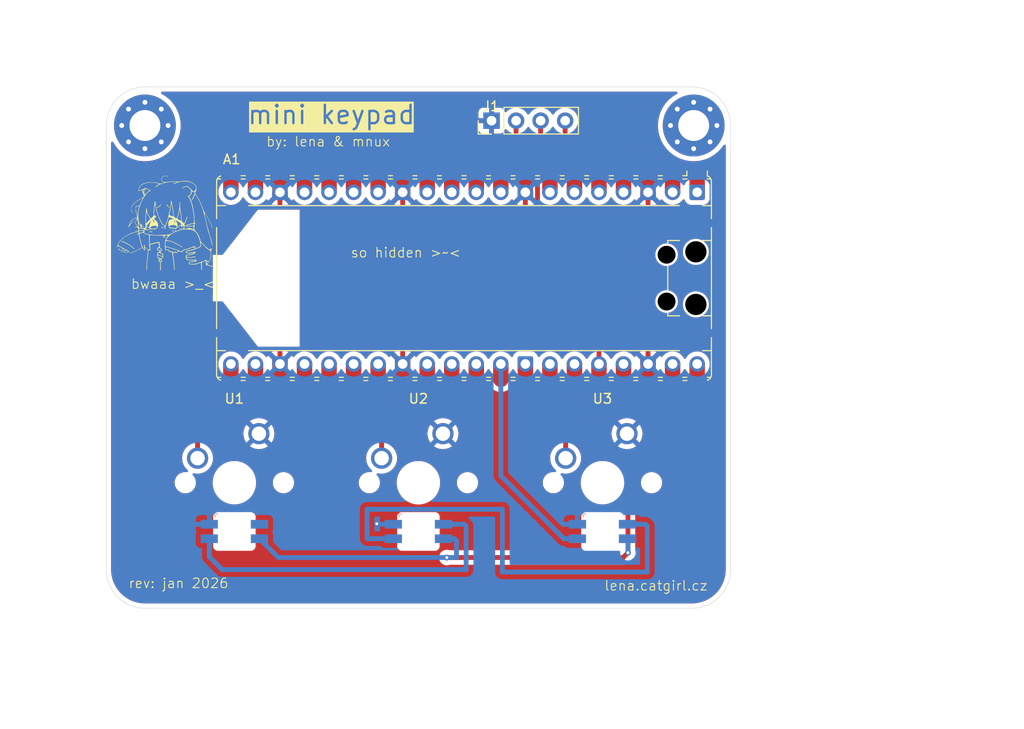
<source format=kicad_pcb>
(kicad_pcb (version 20241229) (generator "pcbnew") (generator_version "9.0")
  (layers (0 "F.Cu" signal) (2 "B.Cu" signal) (13 "F.Paste" user) (15 "B.Paste" user) (5 "F.SilkS" user "F.Silkscreen") (7 "B.SilkS" user "B.Silkscreen") (1 "F.Mask" user) (3 "B.Mask" user) (25 "Edge.Cuts" user))
  (net 0 "")
  (net 5 "GND")
  (net 12 "+3.3V")
  (net 17 "sda")
  (net 20 "scl")
  (net 29 "Net-(A1-GPIO28_ADC2)")
  (net 30 "Net-(A1-GPIO21)")
  (net 32 "Net-(A1-GPIO16)")
  (net 36 "Net-(U1-DIN)")
  (net 37 "Net-(U2-DIN)")
  (net 38 "Net-(A1-GPIO27_ADC1)")
  (footprint "MountingHole:MountingHole_3.2mm_M3_Pad_Via" (layer "F.Cu") (at 60.802944 4)
    (property "Reference" "H2" (hide yes))
    (property "Value" "MountingHole_Pad")
    (pad "1" thru_hole circle (at -2.4 0) (size 0.8 0.8) (drill 0.5) (layers "*.Cu" "*.Mask"))
    (pad "1" thru_hole circle (at -1.697056 -1.697056) (size 0.8 0.8) (drill 0.5) (layers "*.Cu" "*.Mask"))
    (pad "1" thru_hole circle (at -1.697056 1.697056) (size 0.8 0.8) (drill 0.5) (layers "*.Cu" "*.Mask"))
    (pad "1" thru_hole circle (at 0 -2.4) (size 0.8 0.8) (drill 0.5) (layers "*.Cu" "*.Mask"))
    (pad "1" thru_hole circle (at 0 0) (size 6.4 6.4) (drill 3.2) (layers "*.Cu" "*.Mask"))
    (pad "1" thru_hole circle (at 0 2.4) (size 0.8 0.8) (drill 0.5) (layers "*.Cu" "*.Mask"))
    (pad "1" thru_hole circle (at 1.697056 -1.697056) (size 0.8 0.8) (drill 0.5) (layers "*.Cu" "*.Mask"))
    (pad "1" thru_hole circle (at 1.697056 1.697056) (size 0.8 0.8) (drill 0.5) (layers "*.Cu" "*.Mask"))
    (pad "1" thru_hole circle (at 2.4 0) (size 0.8 0.8) (drill 0.5) (layers "*.Cu" "*.Mask"))
  )
  (footprint "Module:RaspberryPi_Pico_Common_Unspecified" (layer "F.Cu") (at 37.03 19.81 -90)
    (property "Reference" "A1" (at -12.31 25.05 0) (layer "F.SilkS") (effects (justify left)))
    (property "Value" "RaspberryPi_Pico")
    (pad "" np_thru_hole circle (at -2.725 -24 270) (size 2.2 2.2) (drill 2.2) (layers "*.Mask"))
    (pad "" np_thru_hole circle (at -2.425 -20.97 270) (size 1.85 1.85) (drill 1.85) (layers "*.Mask"))
    (pad "" np_thru_hole circle (at 2.425 -20.97 270) (size 1.85 1.85) (drill 1.85) (layers "*.Mask"))
    (pad "" np_thru_hole circle (at 2.725 -24 270) (size 2.2 2.2) (drill 2.2) (layers "*.Mask"))
    (pad "1" smd custom (at -9.69 -24.13 270) (size 1.6 0.8) (layers "F.Cu" "F.Mask") (options (clearance outline) (anchor rect)) (primitives (gr_circle (center 0.8 0) (end 1.6 0) (width 0) (fill yes)) (gr_poly (pts (xy -1.6 -0.6) (xy -1.6 0.6) (xy -1.4 0.8) (xy 0.8 0.8) (xy 0.8 -0.8) (xy -1.4 -0.8)) (width 0) (fill yes)) (gr_circle (center -1.4 -0.6) (end -1.2 -0.6) (width 0) (fill yes)) (gr_circle (center -1.4 0.6) (end -1.2 0.6) (width 0) (fill yes))))
    (pad "1" thru_hole roundrect (at -8.89 -24.13 270) (size 1.6 1.6) (drill 1) (layers "*.Cu" "*.Mask") (roundrect_rratio 0.125))
    (pad "2" smd roundrect (at -9.69 -21.59 270) (size 3.2 1.6) (layers "F.Cu" "F.Mask") (roundrect_rratio 0.5))
    (pad "2" thru_hole circle (at -8.89 -21.59 270) (size 1.6 1.6) (drill 1) (layers "*.Cu" "*.Mask"))
    (pad "3" smd custom (at -9.69 -19.05 270) (size 1.6 0.8) (layers "F.Cu" "F.Mask") (net 5 "GND") (options (clearance outline) (anchor rect)) (primitives (gr_circle (center -0.8 0) (end 0 0) (width 0) (fill yes)) (gr_poly (pts (xy 1.6 -0.6) (xy 1.6 0.6) (xy 1.4 0.8) (xy -0.8 0.8) (xy -0.8 -0.8) (xy 1.4 -0.8)) (width 0) (fill yes)) (gr_circle (center 1.4 -0.6) (end 1.6 -0.6) (width 0) (fill yes)) (gr_circle (center 1.4 0.6) (end 1.6 0.6) (width 0) (fill yes))))
    (pad "3" thru_hole custom (at -8.89 -19.05 270) (size 1.6 1.6) (drill 1) (layers "*.Cu" "*.Mask") (net 5 "GND") (options (clearance outline) (anchor circle)) (primitives (gr_poly (pts (xy 0.8 0.6) (xy 0.8 -0.6) (xy 0.6 -0.8) (xy 0 -0.8) (xy 0 0.8) (xy 0.6 0.8)) (width 0) (fill yes)) (gr_circle (center 0.6 0.6) (end 0.8 0.6) (width 0) (fill yes)) (gr_circle (center 0.6 -0.6) (end 0.8 -0.6) (width 0) (fill yes))))
    (pad "4" smd roundrect (at -9.69 -16.51 270) (size 3.2 1.6) (layers "F.Cu" "F.Mask") (roundrect_rratio 0.5))
    (pad "4" thru_hole circle (at -8.89 -16.51 270) (size 1.6 1.6) (drill 1) (layers "*.Cu" "*.Mask"))
    (pad "5" smd roundrect (at -9.69 -13.97 270) (size 3.2 1.6) (layers "F.Cu" "F.Mask") (roundrect_rratio 0.5))
    (pad "5" thru_hole circle (at -8.89 -13.97 270) (size 1.6 1.6) (drill 1) (layers "*.Cu" "*.Mask"))
    (pad "6" smd roundrect (at -9.69 -11.43 270) (size 3.2 1.6) (layers "F.Cu" "F.Mask") (roundrect_rratio 0.5) (net 17 "sda"))
    (pad "6" thru_hole circle (at -8.89 -11.43 270) (size 1.6 1.6) (drill 1) (layers "*.Cu" "*.Mask") (net 17 "sda"))
    (pad "7" smd roundrect (at -9.69 -8.89 270) (size 3.2 1.6) (layers "F.Cu" "F.Mask") (roundrect_rratio 0.5) (net 20 "scl"))
    (pad "7" thru_hole circle (at -8.89 -8.89 270) (size 1.6 1.6) (drill 1) (layers "*.Cu" "*.Mask") (net 20 "scl"))
    (pad "8" smd custom (at -9.69 -6.35 270) (size 1.6 0.8) (layers "F.Cu" "F.Mask") (net 5 "GND") (options (clearance outline) (anchor rect)) (primitives (gr_circle (center -0.8 0) (end 0 0) (width 0) (fill yes)) (gr_poly (pts (xy 1.6 -0.6) (xy 1.6 0.6) (xy 1.4 0.8) (xy -0.8 0.8) (xy -0.8 -0.8) (xy 1.4 -0.8)) (width 0) (fill yes)) (gr_circle (center 1.4 -0.6) (end 1.6 -0.6) (width 0) (fill yes)) (gr_circle (center 1.4 0.6) (end 1.6 0.6) (width 0) (fill yes))))
    (pad "8" thru_hole custom (at -8.89 -6.35 270) (size 1.6 1.6) (drill 1) (layers "*.Cu" "*.Mask") (net 5 "GND") (options (clearance outline) (anchor circle)) (primitives (gr_poly (pts (xy 0.8 0.6) (xy 0.8 -0.6) (xy 0.6 -0.8) (xy 0 -0.8) (xy 0 0.8) (xy 0.6 0.8)) (width 0) (fill yes)) (gr_circle (center 0.6 0.6) (end 0.8 0.6) (width 0) (fill yes)) (gr_circle (center 0.6 -0.6) (end 0.8 -0.6) (width 0) (fill yes))))
    (pad "9" smd roundrect (at -9.69 -3.81 270) (size 3.2 1.6) (layers "F.Cu" "F.Mask") (roundrect_rratio 0.5))
    (pad "9" thru_hole circle (at -8.89 -3.81 270) (size 1.6 1.6) (drill 1) (layers "*.Cu" "*.Mask"))
    (pad "10" smd roundrect (at -9.69 -1.27 270) (size 3.2 1.6) (layers "F.Cu" "F.Mask") (roundrect_rratio 0.5))
    (pad "10" thru_hole circle (at -8.89 -1.27 270) (size 1.6 1.6) (drill 1) (layers "*.Cu" "*.Mask"))
    (pad "11" smd roundrect (at -9.69 1.27 270) (size 3.2 1.6) (layers "F.Cu" "F.Mask") (roundrect_rratio 0.5))
    (pad "11" thru_hole circle (at -8.89 1.27 270) (size 1.6 1.6) (drill 1) (layers "*.Cu" "*.Mask"))
    (pad "12" smd roundrect (at -9.69 3.81 270) (size 3.2 1.6) (layers "F.Cu" "F.Mask") (roundrect_rratio 0.5))
    (pad "12" thru_hole circle (at -8.89 3.81 270) (size 1.6 1.6) (drill 1) (layers "*.Cu" "*.Mask"))
    (pad "13" smd custom (at -9.69 6.35 270) (size 1.6 0.8) (layers "F.Cu" "F.Mask") (net 5 "GND") (options (clearance outline) (anchor rect)) (primitives (gr_circle (center -0.8 0) (end 0 0) (width 0) (fill yes)) (gr_poly (pts (xy 1.6 -0.6) (xy 1.6 0.6) (xy 1.4 0.8) (xy -0.8 0.8) (xy -0.8 -0.8) (xy 1.4 -0.8)) (width 0) (fill yes)) (gr_circle (center 1.4 -0.6) (end 1.6 -0.6) (width 0) (fill yes)) (gr_circle (center 1.4 0.6) (end 1.6 0.6) (width 0) (fill yes))))
    (pad "13" thru_hole custom (at -8.89 6.35 270) (size 1.6 1.6) (drill 1) (layers "*.Cu" "*.Mask") (net 5 "GND") (options (clearance outline) (anchor circle)) (primitives (gr_poly (pts (xy 0.8 0.6) (xy 0.8 -0.6) (xy 0.6 -0.8) (xy 0 -0.8) (xy 0 0.8) (xy 0.6 0.8)) (width 0) (fill yes)) (gr_circle (center 0.6 0.6) (end 0.8 0.6) (width 0) (fill yes)) (gr_circle (center 0.6 -0.6) (end 0.8 -0.6) (width 0) (fill yes))))
    (pad "14" smd roundrect (at -9.69 8.89 270) (size 3.2 1.6) (layers "F.Cu" "F.Mask") (roundrect_rratio 0.5))
    (pad "14" thru_hole circle (at -8.89 8.89 270) (size 1.6 1.6) (drill 1) (layers "*.Cu" "*.Mask"))
    (pad "15" smd roundrect (at -9.69 11.43 270) (size 3.2 1.6) (layers "F.Cu" "F.Mask") (roundrect_rratio 0.5))
    (pad "15" thru_hole circle (at -8.89 11.43 270) (size 1.6 1.6) (drill 1) (layers "*.Cu" "*.Mask"))
    (pad "16" smd roundrect (at -9.69 13.97 270) (size 3.2 1.6) (layers "F.Cu" "F.Mask") (roundrect_rratio 0.5))
    (pad "16" thru_hole circle (at -8.89 13.97 270) (size 1.6 1.6) (drill 1) (layers "*.Cu" "*.Mask"))
    (pad "17" smd roundrect (at -9.69 16.51 270) (size 3.2 1.6) (layers "F.Cu" "F.Mask") (roundrect_rratio 0.5))
    (pad "17" thru_hole circle (at -8.89 16.51 270) (size 1.6 1.6) (drill 1) (layers "*.Cu" "*.Mask"))
    (pad "18" smd custom (at -9.69 19.05 270) (size 1.6 0.8) (layers "F.Cu" "F.Mask") (net 5 "GND") (options (clearance outline) (anchor rect)) (primitives (gr_circle (center -0.8 0) (end 0 0) (width 0) (fill yes)) (gr_poly (pts (xy 1.6 -0.6) (xy 1.6 0.6) (xy 1.4 0.8) (xy -0.8 0.8) (xy -0.8 -0.8) (xy 1.4 -0.8)) (width 0) (fill yes)) (gr_circle (center 1.4 -0.6) (end 1.6 -0.6) (width 0) (fill yes)) (gr_circle (center 1.4 0.6) (end 1.6 0.6) (width 0) (fill yes))))
    (pad "18" thru_hole custom (at -8.89 19.05 270) (size 1.6 1.6) (drill 1) (layers "*.Cu" "*.Mask") (net 5 "GND") (options (clearance outline) (anchor circle)) (primitives (gr_poly (pts (xy 0.8 0.6) (xy 0.8 -0.6) (xy 0.6 -0.8) (xy 0 -0.8) (xy 0 0.8) (xy 0.6 0.8)) (width 0) (fill yes)) (gr_circle (center 0.6 0.6) (end 0.8 0.6) (width 0) (fill yes)) (gr_circle (center 0.6 -0.6) (end 0.8 -0.6) (width 0) (fill yes))))
    (pad "19" smd roundrect (at -9.69 21.59 270) (size 3.2 1.6) (layers "F.Cu" "F.Mask") (roundrect_rratio 0.5))
    (pad "19" thru_hole circle (at -8.89 21.59 270) (size 1.6 1.6) (drill 1) (layers "*.Cu" "*.Mask"))
    (pad "20" smd roundrect (at -9.69 24.13 270) (size 3.2 1.6) (layers "F.Cu" "F.Mask") (roundrect_rratio 0.5))
    (pad "20" thru_hole circle (at -8.89 24.13 270) (size 1.6 1.6) (drill 1) (layers "*.Cu" "*.Mask"))
    (pad "21" thru_hole circle (at 8.89 24.13 270) (size 1.6 1.6) (drill 1) (layers "*.Cu" "*.Mask") (net 32 "Net-(A1-GPIO16)"))
    (pad "21" smd roundrect (at 9.69 24.13 270) (size 3.2 1.6) (layers "F.Cu" "F.Mask") (roundrect_rratio 0.5) (net 32 "Net-(A1-GPIO16)"))
    (pad "22" thru_hole circle (at 8.89 21.59 270) (size 1.6 1.6) (drill 1) (layers "*.Cu" "*.Mask"))
    (pad "22" smd roundrect (at 9.69 21.59 270) (size 3.2 1.6) (layers "F.Cu" "F.Mask") (roundrect_rratio 0.5))
    (pad "23" thru_hole custom (at 8.89 19.05 270) (size 1.6 1.6) (drill 1) (layers "*.Cu" "*.Mask") (net 5 "GND") (options (clearance outline) (anchor circle)) (primitives (gr_poly (pts (xy -0.8 0.6) (xy -0.8 -0.6) (xy -0.6 -0.8) (xy 0 -0.8) (xy 0 0.8) (xy -0.6 0.8)) (width 0) (fill yes)) (gr_circle (center -0.6 0.6) (end -0.4 0.6) (width 0) (fill yes)) (gr_circle (center -0.6 -0.6) (end -0.4 -0.6) (width 0) (fill yes))))
    (pad "23" smd custom (at 9.69 19.05 270) (size 1.6 0.8) (layers "F.Cu" "F.Mask") (net 5 "GND") (options (clearance outline) (anchor rect)) (primitives (gr_circle (center 0.8 0) (end 1.6 0) (width 0) (fill yes)) (gr_poly (pts (xy -1.6 -0.6) (xy -1.6 0.6) (xy -1.4 0.8) (xy 0.8 0.8) (xy 0.8 -0.8) (xy -1.4 -0.8)) (width 0) (fill yes)) (gr_circle (center -1.4 -0.6) (end -1.2 -0.6) (width 0) (fill yes)) (gr_circle (center -1.4 0.6) (end -1.2 0.6) (width 0) (fill yes))))
    (pad "24" thru_hole circle (at 8.89 16.51 270) (size 1.6 1.6) (drill 1) (layers "*.Cu" "*.Mask"))
    (pad "24" smd roundrect (at 9.69 16.51 270) (size 3.2 1.6) (layers "F.Cu" "F.Mask") (roundrect_rratio 0.5))
    (pad "25" thru_hole circle (at 8.89 13.97 270) (size 1.6 1.6) (drill 1) (layers "*.Cu" "*.Mask"))
    (pad "25" smd roundrect (at 9.69 13.97 270) (size 3.2 1.6) (layers "F.Cu" "F.Mask") (roundrect_rratio 0.5))
    (pad "26" thru_hole circle (at 8.89 11.43 270) (size 1.6 1.6) (drill 1) (layers "*.Cu" "*.Mask"))
    (pad "26" smd roundrect (at 9.69 11.43 270) (size 3.2 1.6) (layers "F.Cu" "F.Mask") (roundrect_rratio 0.5))
    (pad "27" thru_hole circle (at 8.89 8.89 270) (size 1.6 1.6) (drill 1) (layers "*.Cu" "*.Mask") (net 30 "Net-(A1-GPIO21)"))
    (pad "27" smd roundrect (at 9.69 8.89 270) (size 3.2 1.6) (layers "F.Cu" "F.Mask") (roundrect_rratio 0.5) (net 30 "Net-(A1-GPIO21)"))
    (pad "28" thru_hole custom (at 8.89 6.35 270) (size 1.6 1.6) (drill 1) (layers "*.Cu" "*.Mask") (net 5 "GND") (options (clearance outline) (anchor circle)) (primitives (gr_poly (pts (xy -0.8 0.6) (xy -0.8 -0.6) (xy -0.6 -0.8) (xy 0 -0.8) (xy 0 0.8) (xy -0.6 0.8)) (width 0) (fill yes)) (gr_circle (center -0.6 0.6) (end -0.4 0.6) (width 0) (fill yes)) (gr_circle (center -0.6 -0.6) (end -0.4 -0.6) (width 0) (fill yes))))
    (pad "28" smd custom (at 9.69 6.35 270) (size 1.6 0.8) (layers "F.Cu" "F.Mask") (net 5 "GND") (options (clearance outline) (anchor rect)) (primitives (gr_circle (center 0.8 0) (end 1.6 0) (width 0) (fill yes)) (gr_poly (pts (xy -1.6 -0.6) (xy -1.6 0.6) (xy -1.4 0.8) (xy 0.8 0.8) (xy 0.8 -0.8) (xy -1.4 -0.8)) (width 0) (fill yes)) (gr_circle (center -1.4 -0.6) (end -1.2 -0.6) (width 0) (fill yes)) (gr_circle (center -1.4 0.6) (end -1.2 0.6) (width 0) (fill yes))))
    (pad "29" thru_hole circle (at 8.89 3.81 270) (size 1.6 1.6) (drill 1) (layers "*.Cu" "*.Mask"))
    (pad "29" smd roundrect (at 9.69 3.81 270) (size 3.2 1.6) (layers "F.Cu" "F.Mask") (roundrect_rratio 0.5))
    (pad "30" thru_hole circle (at 8.89 1.27 270) (size 1.6 1.6) (drill 1) (layers "*.Cu" "*.Mask"))
    (pad "30" smd roundrect (at 9.69 1.27 270) (size 3.2 1.6) (layers "F.Cu" "F.Mask") (roundrect_rratio 0.5))
    (pad "31" thru_hole circle (at 8.89 -1.27 270) (size 1.6 1.6) (drill 1) (layers "*.Cu" "*.Mask"))
    (pad "31" smd roundrect (at 9.69 -1.27 270) (size 3.2 1.6) (layers "F.Cu" "F.Mask") (roundrect_rratio 0.5))
    (pad "32" thru_hole circle (at 8.89 -3.81 270) (size 1.6 1.6) (drill 1) (layers "*.Cu" "*.Mask") (net 38 "Net-(A1-GPIO27_ADC1)"))
    (pad "32" smd roundrect (at 9.69 -3.81 270) (size 3.2 1.6) (layers "F.Cu" "F.Mask") (roundrect_rratio 0.5) (net 38 "Net-(A1-GPIO27_ADC1)"))
    (pad "33" thru_hole custom (at 8.89 -6.35 270) (size 1.6 1.6) (drill 1) (layers "*.Cu" "*.Mask") (options (clearance outline) (anchor circle)) (primitives (gr_poly (pts (xy -0.8 0.6) (xy -0.8 -0.6) (xy -0.6 -0.8) (xy 0 -0.8) (xy 0 0.8) (xy -0.6 0.8)) (width 0) (fill yes)) (gr_circle (center -0.6 0.6) (end -0.4 0.6) (width 0) (fill yes)) (gr_circle (center -0.6 -0.6) (end -0.4 -0.6) (width 0) (fill yes))))
    (pad "33" smd custom (at 9.69 -6.35 270) (size 1.6 0.8) (layers "F.Cu" "F.Mask") (options (clearance outline) (anchor rect)) (primitives (gr_circle (center 0.8 0) (end 1.6 0) (width 0) (fill yes)) (gr_poly (pts (xy -1.6 -0.6) (xy -1.6 0.6) (xy -1.4 0.8) (xy 0.8 0.8) (xy 0.8 -0.8) (xy -1.4 -0.8)) (width 0) (fill yes)) (gr_circle (center -1.4 -0.6) (end -1.2 -0.6) (width 0) (fill yes)) (gr_circle (center -1.4 0.6) (end -1.2 0.6) (width 0) (fill yes))))
    (pad "34" thru_hole circle (at 8.89 -8.89 270) (size 1.6 1.6) (drill 1) (layers "*.Cu" "*.Mask") (net 29 "Net-(A1-GPIO28_ADC2)"))
    (pad "34" smd roundrect (at 9.69 -8.89 270) (size 3.2 1.6) (layers "F.Cu" "F.Mask") (roundrect_rratio 0.5) (net 29 "Net-(A1-GPIO28_ADC2)"))
    (pad "35" thru_hole circle (at 8.89 -11.43 270) (size 1.6 1.6) (drill 1) (layers "*.Cu" "*.Mask"))
    (pad "35" smd roundrect (at 9.69 -11.43 270) (size 3.2 1.6) (layers "F.Cu" "F.Mask") (roundrect_rratio 0.5))
    (pad "36" thru_hole circle (at 8.89 -13.97 270) (size 1.6 1.6) (drill 1) (layers "*.Cu" "*.Mask") (net 12 "+3.3V"))
    (pad "36" smd roundrect (at 9.69 -13.97 270) (size 3.2 1.6) (layers "F.Cu" "F.Mask") (roundrect_rratio 0.5) (net 12 "+3.3V"))
    (pad "37" thru_hole circle (at 8.89 -16.51 270) (size 1.6 1.6) (drill 1) (layers "*.Cu" "*.Mask"))
    (pad "37" smd roundrect (at 9.69 -16.51 270) (size 3.2 1.6) (layers "F.Cu" "F.Mask") (roundrect_rratio 0.5))
    (pad "38" thru_hole custom (at 8.89 -19.05 270) (size 1.6 1.6) (drill 1) (layers "*.Cu" "*.Mask") (net 5 "GND") (options (clearance outline) (anchor circle)) (primitives (gr_poly (pts (xy -0.8 0.6) (xy -0.8 -0.6) (xy -0.6 -0.8) (xy 0 -0.8) (xy 0 0.8) (xy -0.6 0.8)) (width 0) (fill yes)) (gr_circle (center -0.6 0.6) (end -0.4 0.6) (width 0) (fill yes)) (gr_circle (center -0.6 -0.6) (end -0.4 -0.6) (width 0) (fill yes))))
    (pad "38" smd custom (at 9.69 -19.05 270) (size 1.6 0.8) (layers "F.Cu" "F.Mask") (net 5 "GND") (options (clearance outline) (anchor rect)) (primitives (gr_circle (center 0.8 0) (end 1.6 0) (width 0) (fill yes)) (gr_poly (pts (xy -1.6 -0.6) (xy -1.6 0.6) (xy -1.4 0.8) (xy 0.8 0.8) (xy 0.8 -0.8) (xy -1.4 -0.8)) (width 0) (fill yes)) (gr_circle (center -1.4 -0.6) (end -1.2 -0.6) (width 0) (fill yes)) (gr_circle (center -1.4 0.6) (end -1.2 0.6) (width 0) (fill yes))))
    (pad "39" thru_hole circle (at 8.89 -21.59 270) (size 1.6 1.6) (drill 1) (layers "*.Cu" "*.Mask"))
    (pad "39" smd roundrect (at 9.69 -21.59 270) (size 3.2 1.6) (layers "F.Cu" "F.Mask") (roundrect_rratio 0.5))
    (pad "40" thru_hole circle (at 8.89 -24.13 270) (size 1.6 1.6) (drill 1) (layers "*.Cu" "*.Mask"))
    (pad "40" smd roundrect (at 9.69 -24.13 270) (size 3.2 1.6) (layers "F.Cu" "F.Mask") (roundrect_rratio 0.5))
    (zone (net 0) (net_name "") (layers "F.Cu" "B.Cu" "F.Paste" "B.Paste") (name "Antenna Copper Keep Out") (connect_pads (clearance 0)) (min_thickness 0.254)
      (keepout (tracks not_allowed) (vias not_allowed) (pads not_allowed) (copperpour not_allowed) (footprints allowed))
      (fill (thermal_gap 0.508) (thermal_bridge_width 0.508))
      (polygon (pts (xy 12.040105 17.41) (xy 15.690105 12.71) (xy 20.03 12.71) (xy 20.03 26.91) (xy 15.690105 26.91) (xy 12.040105 22.21) (xy 11.03 22.21) (xy 11.03 17.41)))
    )
    (zone (net 0) (net_name "") (layers "F.Cu" "F.Paste") (name "Pad Keep Out D1-W") (connect_pads (clearance 0)) (min_thickness 0.25)
      (keepout (tracks not_allowed) (vias not_allowed) (pads not_allowed) (copperpour not_allowed) (footprints allowed))
      (fill (thermal_gap 0.5) (thermal_bridge_width 0.5))
      (polygon (pts (xy 30.3426 21.1815) (xy 30.3426 20.3941) (xy 32.3174 20.3941) (xy 32.3174 21.1815) (xy 32.315478 21.2209) (xy 32.285323 21.293702) (xy 32.229602 21.349423) (xy 32.1568 21.379578) (xy 32.1174 21.3815) (xy 30.5426 21.3815) (xy 30.5032 21.379578) (xy 30.430398 21.349423) (xy 30.374677 21.293702) (xy 30.344522 21.2209)))
    )
    (zone (net 0) (net_name "") (layers "F.Cu" "F.Paste") (name "Pad Keep Out D1-W") (connect_pads (clearance 0)) (min_thickness 0.25)
      (keepout (tracks not_allowed) (vias not_allowed) (pads not_allowed) (copperpour not_allowed) (footprints allowed))
      (fill (thermal_gap 0.5) (thermal_bridge_width 0.5))
      (polygon (pts (xy 32.229602 19.438778) (xy 32.285322 19.494498) (xy 32.315478 19.5673) (xy 32.3174 19.6067) (xy 32.3174 20.3941) (xy 30.3426 20.3941) (xy 30.3426 19.6067) (xy 30.344522 19.5673) (xy 30.374678 19.494498) (xy 30.430398 19.438778) (xy 30.5032 19.408622) (xy 30.5426 19.4067) (xy 32.1174 19.4067) (xy 32.1568 19.408622)))
    )
    (zone (net 0) (net_name "") (layers "F.Cu" "F.Paste") (name "Pad Keep Out D2") (connect_pads (clearance 0)) (min_thickness 0.25)
      (keepout (tracks not_allowed) (vias not_allowed) (pads not_allowed) (copperpour not_allowed) (footprints allowed))
      (fill (thermal_gap 0.5) (thermal_bridge_width 0.5))
      (polygon (pts (xy 14.13 19.21) (xy 14.13 19.81) (arc (start 10.53 19.81) (mid 10.822893 19.102893) (end 11.53 18.81)) (xy 13.73 18.81) (xy 13.793006 18.812193) (xy 13.912852 18.851133) (xy 14.014799 18.925201) (xy 14.088867 19.027148) (xy 14.127807 19.146994)))
    )
    (zone (net 0) (net_name "") (layers "F.Cu" "F.Paste") (name "Pad Keep Out D2") (connect_pads (clearance 0)) (min_thickness 0.25)
      (keepout (tracks not_allowed) (vias not_allowed) (pads not_allowed) (copperpour not_allowed) (footprints allowed))
      (fill (thermal_gap 0.5) (thermal_bridge_width 0.5))
      (polygon (pts (xy 14.13 20.41) (xy 14.127538 20.472964) (xy 14.088624 20.592728) (xy 14.014606 20.694606) (xy 13.912728 20.768624) (xy 13.792964 20.807538) (xy 13.73 20.81) (arc (start 11.53 20.81) (mid 10.822893 20.517107) (end 10.53 19.81)) (xy 14.13 19.81)))
    )
    (zone (net 0) (net_name "") (layers "F.Cu" "F.Paste") (name "Pad Keep Out TP7") (connect_pads (clearance 0)) (min_thickness 0.25)
      (keepout (tracks not_allowed) (vias not_allowed) (pads not_allowed) (copperpour not_allowed) (footprints allowed))
      (fill (thermal_gap 0.5) (thermal_bridge_width 0.5))
      (polygon (pts (xy 41.08 20.81) (xy 41.08 21.26) (xy 41.082139 21.325545) (xy 41.116067 21.452167) (xy 41.181612 21.565694) (xy 41.274306 21.658388) (xy 41.387833 21.723933) (xy 41.514455 21.757861) (xy 41.58 21.76) (xy 42.48 21.76) (xy 42.545545 21.757861) (xy 42.672167 21.723933) (xy 42.785694 21.658388) (xy 42.878388 21.565694) (xy 42.943933 21.452167) (xy 42.977861 21.325545) (xy 42.98 21.26) (xy 42.98 20.81)))
    )
    (zone (net 0) (net_name "") (layers "F.Cu" "F.Paste") (name "Pad Keep Out TP7") (connect_pads (clearance 0)) (min_thickness 0.25)
      (keepout (tracks not_allowed) (vias not_allowed) (pads not_allowed) (copperpour not_allowed) (footprints allowed))
      (fill (thermal_gap 0.5) (thermal_bridge_width 0.5))
      (polygon (pts (xy 42.545545 19.862139) (xy 42.672167 19.896068) (xy 42.785694 19.961612) (xy 42.878388 20.054306) (xy 42.943932 20.167833) (xy 42.977861 20.294455) (xy 42.98 20.36) (xy 42.98 20.81) (xy 41.08 20.81) (xy 41.08 20.36) (xy 41.082139 20.294455) (xy 41.116068 20.167833) (xy 41.181612 20.054306) (xy 41.274306 19.961612) (xy 41.387833 19.896068) (xy 41.514455 19.862139) (xy 41.58 19.86) (xy 42.48 19.86)))
    )
    (zone (net 0) (net_name "") (layers "F.Cu" "F.Paste") (name "Pad Keep Out TP6") (connect_pads (clearance 0)) (min_thickness 0.25)
      (keepout (tracks not_allowed) (vias not_allowed) (pads not_allowed) (copperpour not_allowed) (footprints allowed))
      (fill (thermal_gap 0.5) (thermal_bridge_width 0.5))
      (polygon (pts (xy 47.082139 16.794455) (xy 47.116068 16.667833) (xy 47.181612 16.554306) (xy 47.274306 16.461612) (xy 47.387833 16.396068) (xy 47.514455 16.362139) (xy 47.58 16.36) (xy 51.28 16.36) (xy 51.28 18.26) (xy 47.58 18.26) (xy 47.514455 18.257861) (xy 47.387833 18.223932) (xy 47.274306 18.158388) (xy 47.181612 18.065694) (xy 47.116068 17.952167) (xy 47.082139 17.825545) (xy 47.08 17.76) (xy 47.08 16.86)))
    )
    (zone (net 0) (net_name "") (layers "F.Cu" "F.Paste") (name "Pad Keep Out TP4") (connect_pads (clearance 0)) (min_thickness 0.25)
      (keepout (tracks not_allowed) (vias not_allowed) (pads not_allowed) (copperpour not_allowed) (footprints allowed))
      (fill (thermal_gap 0.5) (thermal_bridge_width 0.5))
      (polygon (pts (xy 51.28 18.26) (xy 54.98 18.26) (xy 55.045545 18.257861) (xy 55.172167 18.223933) (xy 55.285694 18.158388) (xy 55.378388 18.065694) (xy 55.443933 17.952167) (xy 55.477861 17.825545) (xy 55.48 17.76) (xy 55.48 16.86) (xy 55.477861 16.794455) (xy 55.443933 16.667833) (xy 55.378388 16.554306) (xy 55.285694 16.461612) (xy 55.172167 16.396067) (xy 55.045545 16.362139) (xy 54.98 16.36) (xy 51.28 16.36)))
    )
    (zone (net 0) (net_name "") (layers "F.Cu" "F.Paste") (name "Pad Keep Out TP1") (connect_pads (clearance 0)) (min_thickness 0.25)
      (keepout (tracks not_allowed) (vias not_allowed) (pads not_allowed) (copperpour not_allowed) (footprints allowed))
      (fill (thermal_gap 0.5) (thermal_bridge_width 0.5))
      (polygon (pts (xy 57.08 19.81) (xy 57.08 20.26) (xy 57.082139 20.325545) (xy 57.116067 20.452167) (xy 57.181612 20.565694) (xy 57.274306 20.658388) (xy 57.387833 20.723933) (xy 57.514455 20.757861) (xy 57.58 20.76) (xy 58.48 20.76) (xy 58.545545 20.757861) (xy 58.672167 20.723933) (xy 58.785694 20.658388) (xy 58.878388 20.565694) (xy 58.943933 20.452167) (xy 58.977861 20.325545) (xy 58.98 20.26) (xy 58.98 19.81)))
    )
    (zone (net 0) (net_name "") (layers "F.Cu" "F.Paste") (name "Pad Keep Out TP1") (connect_pads (clearance 0)) (min_thickness 0.25)
      (keepout (tracks not_allowed) (vias not_allowed) (pads not_allowed) (copperpour not_allowed) (footprints allowed))
      (fill (thermal_gap 0.5) (thermal_bridge_width 0.5))
      (polygon (pts (xy 58.545545 18.862139) (xy 58.672167 18.896068) (xy 58.785694 18.961612) (xy 58.878388 19.054306) (xy 58.943932 19.167833) (xy 58.977861 19.294455) (xy 58.98 19.36) (xy 58.98 19.81) (xy 57.08 19.81) (xy 57.08 19.36) (xy 57.082139 19.294455) (xy 57.116068 19.167833) (xy 57.181612 19.054306) (xy 57.274306 18.961612) (xy 57.387833 18.896068) (xy 57.514455 18.862139) (xy 57.58 18.86) (xy 58.48 18.86)))
    )
    (zone (net 0) (net_name "") (layers "F.Cu" "F.Paste") (name "Pad Keep Out TP2") (connect_pads (clearance 0)) (min_thickness 0.25)
      (keepout (tracks not_allowed) (vias not_allowed) (pads not_allowed) (copperpour not_allowed) (footprints allowed))
      (fill (thermal_gap 0.5) (thermal_bridge_width 0.5))
      (polygon (pts (xy 60.365 20.81) (xy 60.365 21.26) (xy 60.367139 21.325545) (xy 60.401067 21.452167) (xy 60.466612 21.565694) (xy 60.559306 21.658388) (xy 60.672833 21.723933) (xy 60.799455 21.757861) (xy 60.865 21.76) (xy 61.765 21.76) (xy 61.830545 21.757861) (xy 61.957167 21.723933) (xy 62.070694 21.658388) (xy 62.163388 21.565694) (xy 62.228933 21.452167) (xy 62.262861 21.325545) (xy 62.265 21.26) (xy 62.265 20.81)))
    )
    (zone (net 0) (net_name "") (layers "F.Cu" "F.Paste") (name "Pad Keep Out TP3") (connect_pads (clearance 0)) (min_thickness 0.25)
      (keepout (tracks not_allowed) (vias not_allowed) (pads not_allowed) (copperpour not_allowed) (footprints allowed))
      (fill (thermal_gap 0.5) (thermal_bridge_width 0.5))
      (polygon (pts (xy 60.38 18.81) (xy 60.38 19.26) (xy 60.382139 19.325545) (xy 60.416067 19.452167) (xy 60.481612 19.565694) (xy 60.574306 19.658388) (xy 60.687833 19.723933) (xy 60.814455 19.757861) (xy 60.88 19.76) (xy 61.78 19.76) (xy 61.845545 19.757861) (xy 61.972167 19.723933) (xy 62.085694 19.658388) (xy 62.178388 19.565694) (xy 62.243933 19.452167) (xy 62.277861 19.325545) (xy 62.28 19.26) (xy 62.28 18.81)))
    )
    (zone (net 0) (net_name "") (layers "F.Cu" "F.Paste") (name "Pad Keep Out TP2") (connect_pads (clearance 0)) (min_thickness 0.25)
      (keepout (tracks not_allowed) (vias not_allowed) (pads not_allowed) (copperpour not_allowed) (footprints allowed))
      (fill (thermal_gap 0.5) (thermal_bridge_width 0.5))
      (polygon (pts (xy 61.830545 19.862139) (xy 61.957167 19.896068) (xy 62.070694 19.961612) (xy 62.163388 20.054306) (xy 62.228932 20.167833) (xy 62.262861 20.294455) (xy 62.265 20.36) (xy 62.265 20.81) (xy 60.365 20.81) (xy 60.365 20.36) (xy 60.367139 20.294455) (xy 60.401068 20.167833) (xy 60.466612 20.054306) (xy 60.559306 19.961612) (xy 60.672833 19.896068) (xy 60.799455 19.862139) (xy 60.865 19.86) (xy 61.765 19.86)))
    )
    (zone (net 0) (net_name "") (layers "F.Cu" "F.Paste") (name "Pad Keep Out TP3") (connect_pads (clearance 0)) (min_thickness 0.25)
      (keepout (tracks not_allowed) (vias not_allowed) (pads not_allowed) (copperpour not_allowed) (footprints allowed))
      (fill (thermal_gap 0.5) (thermal_bridge_width 0.5))
      (polygon (pts (xy 61.845545 17.862139) (xy 61.972167 17.896068) (xy 62.085694 17.961612) (xy 62.178388 18.054306) (xy 62.243932 18.167833) (xy 62.277861 18.294455) (xy 62.28 18.36) (xy 62.28 18.81) (xy 60.38 18.81) (xy 60.38 18.36) (xy 60.382139 18.294455) (xy 60.416068 18.167833) (xy 60.481612 18.054306) (xy 60.574306 17.961612) (xy 60.687833 17.896068) (xy 60.814455 17.862139) (xy 60.88 17.86) (xy 61.78 17.86)))
    )
    (zone (net 0) (net_name "") (layers "F.Cu" "F.Paste") (name "Pad Keep Out D1") (connect_pads (clearance 0)) (min_thickness 0.25)
      (keepout (tracks not_allowed) (vias not_allowed) (pads not_allowed) (copperpour not_allowed) (footprints allowed))
      (fill (thermal_gap 0.5) (thermal_bridge_width 0.5))
      (polygon (pts (arc (start 10.53 17.27) (mid 10.822893 17.977107) (end 11.53 18.27)) (arc (start 13.13 18.27) (mid 13.837107 17.977107) (end 14.13 17.27))))
    )
    (zone (net 0) (net_name "") (layers "F.Cu" "F.Paste") (name "Pad Keep Out D3") (connect_pads (clearance 0)) (min_thickness 0.25)
      (keepout (tracks not_allowed) (vias not_allowed) (pads not_allowed) (copperpour not_allowed) (footprints allowed))
      (fill (thermal_gap 0.5) (thermal_bridge_width 0.5))
      (polygon (pts (arc (start 10.530075 22.350141) (mid 10.822968 23.057248) (end 11.530075 23.350141)) (arc (start 13.130075 23.350141) (mid 13.837182 23.057248) (end 14.130075 22.350141))))
    )
    (zone (net 0) (net_name "") (layers "F.Cu" "F.Paste") (name "Pad Keep Out D1") (connect_pads (clearance 0)) (min_thickness 0.25)
      (keepout (tracks not_allowed) (vias not_allowed) (pads not_allowed) (copperpour not_allowed) (footprints allowed))
      (fill (thermal_gap 0.5) (thermal_bridge_width 0.5))
      (polygon (pts (arc (start 11.53 16.27) (mid 10.822893 16.562893) (end 10.53 17.27)) (arc (start 14.13 17.27) (mid 13.837107 16.562893) (end 13.13 16.27))))
    )
    (zone (net 0) (net_name "") (layers "F.Cu" "F.Paste") (name "Pad Keep Out D3") (connect_pads (clearance 0)) (min_thickness 0.25)
      (keepout (tracks not_allowed) (vias not_allowed) (pads not_allowed) (copperpour not_allowed) (footprints allowed))
      (fill (thermal_gap 0.5) (thermal_bridge_width 0.5))
      (polygon (pts (arc (start 11.530075 21.350141) (mid 10.822968 21.643034) (end 10.530075 22.350141)) (arc (start 14.130075 22.350141) (mid 13.837182 21.643034) (end 13.130075 21.350141))))
    )
    (zone (net 0) (net_name "") (layers "F.Cu" "F.Paste") (name "Pad Keep Out D2-W") (connect_pads (clearance 0)) (min_thickness 0.254)
      (keepout (tracks not_allowed) (vias not_allowed) (pads not_allowed) (copperpour not_allowed) (footprints allowed))
      (fill (thermal_gap 0.508) (thermal_bridge_width 0.508))
      (polygon (pts (xy 31.33 23.926278) (xy 31.522715 23.907382) (xy 31.70809 23.851414) (xy 31.879063 23.760506) (xy 32.029123 23.63812) (xy 32.152553 23.488919) (xy 32.244652 23.318584) (xy 32.301913 23.133605) (xy 32.322154 22.941027) (xy 32.304604 22.748184) (xy 32.249931 22.562424) (xy 32.160219 22.39082) (xy 32.038884 22.239909) (xy 31.890548 22.115441) (xy 31.72086 22.022154) (xy 31.536285 21.963603) (xy 31.343853 21.942019) (xy 31.150893 21.958222) (xy 30.964755 22.011596) (xy 30.792529 22.100108) (xy 30.640775 22.220387) (xy 30.515274 22.367851) (xy 30.420805 22.536882) (xy 30.360967 22.721044) (xy 30.33804 22.913321) (xy 30.352895 23.10639) (xy 30.404969 23.292896) (xy 30.492276 23.465736) (xy 30.611493 23.618325) (xy 30.758077 23.744853) (xy 30.926445 23.8405) (xy 31.110184 23.901622) (xy 31.302297 23.925891)))
    )
    (zone (net 0) (net_name "") (layers "F.Cu" "F.Paste") (name "Pad Keep Out D3-W") (connect_pads (clearance 0)) (min_thickness 0.254)
      (keepout (tracks not_allowed) (vias not_allowed) (pads not_allowed) (copperpour not_allowed) (footprints allowed))
      (fill (thermal_gap 0.508) (thermal_bridge_width 0.508))
      (polygon (pts (xy 31.33 26.466278) (xy 31.522715 26.447382) (xy 31.70809 26.391414) (xy 31.879063 26.300506) (xy 32.029123 26.17812) (xy 32.152553 26.028919) (xy 32.244652 25.858584) (xy 32.301913 25.673605) (xy 32.322154 25.481027) (xy 32.304604 25.288184) (xy 32.249931 25.102424) (xy 32.160219 24.93082) (xy 32.038884 24.779909) (xy 31.890548 24.655441) (xy 31.72086 24.562154) (xy 31.536285 24.503603) (xy 31.343853 24.482019) (xy 31.150893 24.498222) (xy 30.964755 24.551596) (xy 30.792529 24.640108) (xy 30.640775 24.760387) (xy 30.515274 24.907851) (xy 30.420805 25.076882) (xy 30.360967 25.261044) (xy 30.33804 25.453321) (xy 30.352895 25.64639) (xy 30.404969 25.832896) (xy 30.492276 26.005736) (xy 30.611493 26.158325) (xy 30.758077 26.284853) (xy 30.926445 26.3805) (xy 31.110184 26.441622) (xy 31.302297 26.465891)))
    )
  )
  (footprint "Cherry MX:Cherry-MX_PCB-Mounted_LTST-A683CEGBW_Mill-Max-7305" (layer "F.Cu") (at 51.36 41)
    (property "Reference" "U3" (at 0 -8.7 0) (layer "F.SilkS"))
    (property "Value" "Cherry_MX_RGB")
    (fp_poly (pts (xy 1.7 6.55) (xy -1.7 6.55) (xy -1.7 3.55) (xy 1.7 3.55)) (stroke (width 0.01)) (fill no) (layer "Edge.Cuts"))
    (pad "" np_thru_hole circle (at -5.08 0) (size 1.7 1.7) (drill 1.7) (layers "*.Cu" "*.Mask"))
    (pad "" np_thru_hole circle (at 0 0) (size 4 4) (drill 4) (layers "*.Cu" "*.Mask"))
    (pad "" np_thru_hole circle (at 5.08 0) (size 1.7 1.7) (drill 1.7) (layers "*.Cu" "*.Mask"))
    (pad "1" smd rect (at -2.6 4.3) (size 1.8 0.9) (layers "B.Cu" "B.Mask" "B.Paste") (net 5 "GND"))
    (pad "2" smd rect (at -2.6 5.8) (size 1.8 0.9) (layers "B.Cu" "B.Mask" "B.Paste") (net 38 "Net-(A1-GPIO27_ADC1)"))
    (pad "3" smd rect (at 2.6 4.3) (size 1.8 0.9) (layers "B.Cu" "B.Mask" "B.Paste") (net 37 "Net-(U2-DIN)"))
    (pad "4" smd rect (at 2.6 5.8) (size 1.8 0.9) (layers "B.Cu" "B.Mask" "B.Paste") (net 12 "+3.3V"))
    (pad "5" thru_hole circle (at -3.81 -2.54) (size 2.2 2.2) (drill 1.5) (layers "*.Cu" "*.Mask") (net 29 "Net-(A1-GPIO28_ADC2)"))
    (pad "6" thru_hole circle (at 2.54 -5.08) (size 2.2 2.2) (drill 1.5) (layers "*.Cu" "*.Mask") (net 5 "GND"))
  )
  (footprint "LOGO" (layer "F.Cu") (at 6 14)
    (property "Reference" "G***" (hide yes))
    (property "Value" "LOGO" (hide yes))
  )
  (footprint "Cherry MX:Cherry-MX_PCB-Mounted_LTST-A683CEGBW_Mill-Max-7305" (layer "F.Cu") (at 13.26 41)
    (property "Reference" "U1" (at 0 -8.7 0) (layer "F.SilkS"))
    (property "Value" "Cherry_MX_RGB")
    (fp_poly (pts (xy 1.7 6.55) (xy -1.7 6.55) (xy -1.7 3.55) (xy 1.7 3.55)) (stroke (width 0.01)) (fill no) (layer "Edge.Cuts"))
    (pad "" np_thru_hole circle (at -5.08 0) (size 1.7 1.7) (drill 1.7) (layers "*.Cu" "*.Mask"))
    (pad "" np_thru_hole circle (at 0 0) (size 4 4) (drill 4) (layers "*.Cu" "*.Mask"))
    (pad "" np_thru_hole circle (at 5.08 0) (size 1.7 1.7) (drill 1.7) (layers "*.Cu" "*.Mask"))
    (pad "1" smd rect (at -2.6 4.3) (size 1.8 0.9) (layers "B.Cu" "B.Mask" "B.Paste") (net 5 "GND"))
    (pad "2" smd rect (at -2.6 5.8) (size 1.8 0.9) (layers "B.Cu" "B.Mask" "B.Paste") (net 36 "Net-(U1-DIN)"))
    (pad "3" smd rect (at 2.6 4.3) (size 1.8 0.9) (layers "B.Cu" "B.Mask" "B.Paste"))
    (pad "4" smd rect (at 2.6 5.8) (size 1.8 0.9) (layers "B.Cu" "B.Mask" "B.Paste") (net 12 "+3.3V"))
    (pad "5" thru_hole circle (at -3.81 -2.54) (size 2.2 2.2) (drill 1.5) (layers "*.Cu" "*.Mask") (net 32 "Net-(A1-GPIO16)"))
    (pad "6" thru_hole circle (at 2.54 -5.08) (size 2.2 2.2) (drill 1.5) (layers "*.Cu" "*.Mask") (net 5 "GND"))
  )
  (footprint "MountingHole:MountingHole_3.2mm_M3_Pad_Via" (layer "F.Cu") (at 4 4)
    (property "Reference" "H1" (hide yes))
    (property "Value" "MountingHole_Pad")
    (pad "1" thru_hole circle (at -2.4 0) (size 0.8 0.8) (drill 0.5) (layers "*.Cu" "*.Mask"))
    (pad "1" thru_hole circle (at -1.697056 -1.697056) (size 0.8 0.8) (drill 0.5) (layers "*.Cu" "*.Mask"))
    (pad "1" thru_hole circle (at -1.697056 1.697056) (size 0.8 0.8) (drill 0.5) (layers "*.Cu" "*.Mask"))
    (pad "1" thru_hole circle (at 0 -2.4) (size 0.8 0.8) (drill 0.5) (layers "*.Cu" "*.Mask"))
    (pad "1" thru_hole circle (at 0 0) (size 6.4 6.4) (drill 3.2) (layers "*.Cu" "*.Mask"))
    (pad "1" thru_hole circle (at 0 2.4) (size 0.8 0.8) (drill 0.5) (layers "*.Cu" "*.Mask"))
    (pad "1" thru_hole circle (at 1.697056 -1.697056) (size 0.8 0.8) (drill 0.5) (layers "*.Cu" "*.Mask"))
    (pad "1" thru_hole circle (at 1.697056 1.697056) (size 0.8 0.8) (drill 0.5) (layers "*.Cu" "*.Mask"))
    (pad "1" thru_hole circle (at 2.4 0) (size 0.8 0.8) (drill 0.5) (layers "*.Cu" "*.Mask"))
  )
  (footprint "Connector_PinHeader_2.54mm:PinHeader_1x04_P2.54mm_Vertical" (layer "F.Cu") (at 39.88 3.5 90)
    (property "Reference" "J1" (at 1.5 -0.06 180) (layer "F.SilkS"))
    (property "Value" "Conn_01x04_Pin")
    (pad "1" thru_hole rect (at 0 0 90) (size 1.7 1.7) (drill 1) (layers "*.Cu" "*.Mask") (net 5 "GND"))
    (pad "2" thru_hole circle (at 0 2.54 90) (size 1.7 1.7) (drill 1) (layers "*.Cu" "*.Mask") (net 12 "+3.3V"))
    (pad "3" thru_hole circle (at 0 5.08 90) (size 1.7 1.7) (drill 1) (layers "*.Cu" "*.Mask") (net 20 "scl"))
    (pad "4" thru_hole circle (at 0 7.62 90) (size 1.7 1.7) (drill 1) (layers "*.Cu" "*.Mask") (net 17 "sda"))
  )
  (footprint "Cherry MX:Cherry-MX_PCB-Mounted_LTST-A683CEGBW_Mill-Max-7305" (layer "F.Cu") (at 32.31 41)
    (property "Reference" "U2" (at 0 -8.7 0) (layer "F.SilkS"))
    (property "Value" "Cherry_MX_RGB")
    (fp_poly (pts (xy 1.7 6.55) (xy -1.7 6.55) (xy -1.7 3.55) (xy 1.7 3.55)) (stroke (width 0.01)) (fill no) (layer "Edge.Cuts"))
    (pad "" np_thru_hole circle (at -5.08 0) (size 1.7 1.7) (drill 1.7) (layers "*.Cu" "*.Mask"))
    (pad "" np_thru_hole circle (at 0 0) (size 4 4) (drill 4) (layers "*.Cu" "*.Mask"))
    (pad "" np_thru_hole circle (at 5.08 0) (size 1.7 1.7) (drill 1.7) (layers "*.Cu" "*.Mask"))
    (pad "1" smd rect (at -2.6 4.3) (size 1.8 0.9) (layers "B.Cu" "B.Mask" "B.Paste") (net 5 "GND"))
    (pad "2" smd rect (at -2.6 5.8) (size 1.8 0.9) (layers "B.Cu" "B.Mask" "B.Paste") (net 37 "Net-(U2-DIN)"))
    (pad "3" smd rect (at 2.6 4.3) (size 1.8 0.9) (layers "B.Cu" "B.Mask" "B.Paste") (net 36 "Net-(U1-DIN)"))
    (pad "4" smd rect (at 2.6 5.8) (size 1.8 0.9) (layers "B.Cu" "B.Mask" "B.Paste") (net 12 "+3.3V"))
    (pad "5" thru_hole circle (at -3.81 -2.54) (size 2.2 2.2) (drill 1.5) (layers "*.Cu" "*.Mask") (net 30 "Net-(A1-GPIO21)"))
    (pad "6" thru_hole circle (at 2.54 -5.08) (size 2.2 2.2) (drill 1.5) (layers "*.Cu" "*.Mask") (net 5 "GND"))
  )
  (gr_arc (start 4 54) (mid 1.171573 52.828427) (end 0 50) (stroke (width 0.05)) (layer "Edge.Cuts"))
  (gr_line (start 64.62 4) (end 64.62 50) (stroke (width 0.05)) (layer "Edge.Cuts"))
  (gr_arc (start 64.62 50) (mid 63.448427 52.828427) (end 60.62 54) (stroke (width 0.05)) (layer "Edge.Cuts"))
  (gr_line (start 60.62 54) (end 4 54) (stroke (width 0.05)) (layer "Edge.Cuts"))
  (gr_arc (start 60.62 0) (mid 63.448427 1.171573) (end 64.62 4) (stroke (width 0.05)) (layer "Edge.Cuts"))
  (gr_line (start 4 0) (end 60.62 0) (stroke (width 0.05)) (layer "Edge.Cuts"))
  (gr_arc (start 0 4) (mid 1.171573 1.171573) (end 4 0) (stroke (width 0.05)) (layer "Edge.Cuts"))
  (gr_line (start 0 50) (end 0 4) (stroke (width 0.05)) (layer "Edge.Cuts"))
  (gr_text "mini keypad\n" (at 14.5 4 0) (layer "F.SilkS" knockout) (effects (font (size 1.9 1.9) (thickness 0.25) (bold yes)) (justify left bottom)))
  (gr_text "bwaaa >_<" (at 2.5 21 0) (layer "F.SilkS") (effects (font (size 1 1) (thickness 0.1)) (justify left bottom)))
  (gr_text "rev: jan 2026" (at 2.25 52 0) (layer "F.SilkS") (effects (font (size 1 1) (thickness 0.1)) (justify left bottom)))
  (gr_text "by: lena & mnux" (at 16.5 6.25 0) (layer "F.SilkS") (effects (font (size 1 1) (thickness 0.1)) (justify left bottom)))
  (gr_text "so hidden >~<" (at 25.25 17.75 0) (layer "F.SilkS") (effects (font (size 1 1) (thickness 0.1)) (justify left bottom)))
  (gr_text "lena.catgirl.cz" (at 51.5 52.25 0) (layer "F.SilkS") (effects (font (size 1 1) (thickness 0.1)) (justify left bottom)))
  (via (at 28 45.25) (size 0.6) (drill 0.3) (layers "F.Cu" "B.Cu") (net 5))
  (segment (start 54 39.5) (end 51 36.5) (width 0.5) (layer "F.Cu") (net 12))
  (segment (start 53.5 48.75) (end 35.25 48.75) (width 0.5) (layer "F.Cu") (net 12))
  (segment (start 51 36.5) (end 51 29.5) (width 0.5) (layer "F.Cu") (net 12))
  (segment (start 42.42 5.92) (end 44.636 8.136) (width 0.5) (layer "F.Cu") (net 12))
  (segment (start 54 48.25) (end 53.5 48.75) (width 0.5) (layer "F.Cu") (net 12))
  (segment (start 54 48.25) (end 54 39.5) (width 0.5) (layer "F.Cu") (net 12))
  (segment (start 44.636 8.136) (end 44.636 18.136) (width 0.5) (layer "F.Cu") (net 12))
  (segment (start 44.636 18.136) (end 51 24.5) (width 0.5) (layer "F.Cu") (net 12))
  (segment (start 51 24.5) (end 51 28.7) (width 0.5) (layer "F.Cu") (net 12))
  (segment (start 42.42 3.5) (end 42.42 5.92) (width 0.5) (layer "F.Cu") (net 12))
  (via (at 35.25 48.75) (size 0.6) (drill 0.3) (layers "F.Cu" "B.Cu") (net 12))
  (via (at 54 48.25) (size 0.6) (drill 0.3) (layers "F.Cu" "B.Cu") (net 12))
  (segment (start 36.25 47) (end 36.05 46.8) (width 0.5) (layer "B.Cu") (net 12))
  (segment (start 17.81 48.75) (end 36.25 48.75) (width 0.5) (layer "B.Cu") (net 12))
  (segment (start 54 48.25) (end 54 46.84) (width 0.5) (layer "B.Cu") (net 12))
  (segment (start 54 46.84) (end 53.96 46.8) (width 0.5) (layer "B.Cu") (net 12))
  (segment (start 36.25 48.75) (end 36.25 47) (width 0.5) (layer "B.Cu") (net 12))
  (segment (start 36.05 46.8) (end 34.91 46.8) (width 0.5) (layer "B.Cu") (net 12))
  (segment (start 15.86 46.8) (end 17.81 48.75) (width 0.5) (layer "B.Cu") (net 12))
  (segment (start 48.46 10.12) (end 48.46 6.96) (width 0.5) (layer "F.Cu") (net 17))
  (segment (start 47.5 6) (end 47.5 3.5) (width 0.5) (layer "F.Cu") (net 17))
  (segment (start 48.46 6.96) (end 47.5 6) (width 0.5) (layer "F.Cu") (net 17))
  (segment (start 45.92 7.42) (end 44.96 6.46) (width 0.5) (layer "F.Cu") (net 20))
  (segment (start 44.96 6.46) (end 44.96 3.5) (width 0.5) (layer "F.Cu") (net 20))
  (segment (start 45.92 10.92) (end 45.92 7.42) (width 0.5) (layer "F.Cu") (net 20))
  (segment (start 47.55 35.05) (end 45.92 33.42) (width 0.5) (layer "F.Cu") (net 29))
  (segment (start 45.92 33.42) (end 45.92 29.5) (width 0.5) (layer "F.Cu") (net 29))
  (segment (start 47.55 38.46) (end 47.55 35.05) (width 0.5) (layer "F.Cu") (net 29))
  (segment (start 28.14 34.14) (end 28.14 29.5) (width 0.5) (layer "F.Cu") (net 30))
  (segment (start 28.5 38.46) (end 28.5 34.5) (width 0.5) (layer "F.Cu") (net 30))
  (segment (start 28.5 34.5) (end 28.14 34.14) (width 0.5) (layer "F.Cu") (net 30))
  (segment (start 9.45 38.46) (end 9.45 36.05) (width 0.5) (layer "F.Cu") (net 32))
  (segment (start 12.9 32.6) (end 12.9 29.5) (width 0.5) (layer "F.Cu") (net 32))
  (segment (start 9.45 36.05) (end 12.9 32.6) (width 0.5) (layer "F.Cu") (net 32))
  (segment (start 37.25 45.5) (end 37.05 45.3) (width 0.5) (layer "B.Cu") (net 36))
  (segment (start 10.66 48.66) (end 12 50) (width 0.5) (layer "B.Cu") (net 36))
  (segment (start 10.66 46.8) (end 10.66 48.66) (width 0.5) (layer "B.Cu") (net 36))
  (segment (start 37.05 45.3) (end 34.91 45.3) (width 0.5) (layer "B.Cu") (net 36))
  (segment (start 12 50) (end 37.25 50) (width 0.5) (layer "B.Cu") (net 36))
  (segment (start 37.25 50) (end 37.25 45.5) (width 0.5) (layer "B.Cu") (net 36))
  (segment (start 27 46.75) (end 27 43.75) (width 0.5) (layer "B.Cu") (net 37))
  (segment (start 27 43.75) (end 41 43.75) (width 0.5) (layer "B.Cu") (net 37))
  (segment (start 56 50.25) (end 56 45.5) (width 0.5) (layer "B.Cu") (net 37))
  (segment (start 41 50.25) (end 56 50.25) (width 0.5) (layer "B.Cu") (net 37))
  (segment (start 55.8 45.3) (end 53.96 45.3) (width 0.5) (layer "B.Cu") (net 37))
  (segment (start 29.71 46.8) (end 27.05 46.8) (width 0.5) (layer "B.Cu") (net 37))
  (segment (start 27.05 46.8) (end 27 46.75) (width 0.5) (layer "B.Cu") (net 37))
  (segment (start 41 43.75) (end 41 50.25) (width 0.5) (layer "B.Cu") (net 37))
  (segment (start 56 45.5) (end 55.8 45.3) (width 0.5) (layer "B.Cu") (net 37))
  (segment (start 40.84 28.7) (end 40.84 40.28) (width 0.5) (layer "B.Cu") (net 38))
  (segment (start 47.36 46.8) (end 48.76 46.8) (width 0.5) (layer "B.Cu") (net 38))
  (segment (start 40.84 40.28) (end 47.36 46.8) (width 0.5) (layer "B.Cu") (net 38))
  (zone (net 5) (net_name "GND") (layers "F.Cu" "B.Cu") (connect_pads (clearance 0.5)) (min_thickness 0.25) (fill yes (thermal_gap 0.5) (thermal_bridge_width 0.5))
    (polygon (pts (xy -2.5 -2.5) (xy -11 66.5) (xy 89.5 62) (xy 95 -9)))
  )
)
</source>
